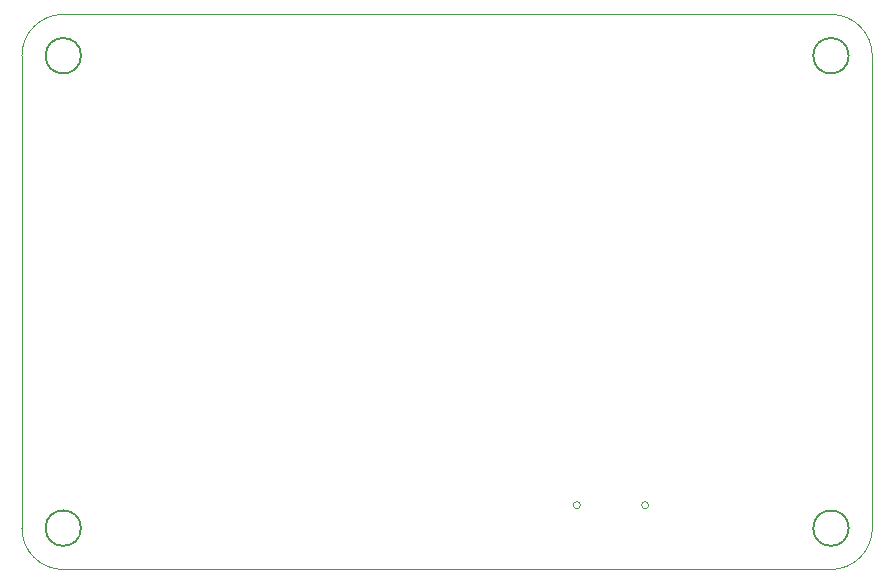
<source format=gbr>
%TF.GenerationSoftware,KiCad,Pcbnew,7.0.2*%
%TF.CreationDate,2023-10-03T18:08:59-04:00*%
%TF.ProjectId,mini_motor_go_V1_rev2,6d696e69-5f6d-46f7-946f-725f676f5f56,rev?*%
%TF.SameCoordinates,Original*%
%TF.FileFunction,Profile,NP*%
%FSLAX46Y46*%
G04 Gerber Fmt 4.6, Leading zero omitted, Abs format (unit mm)*
G04 Created by KiCad (PCBNEW 7.0.2) date 2023-10-03 18:08:59*
%MOMM*%
%LPD*%
G01*
G04 APERTURE LIST*
%TA.AperFunction,Profile*%
%ADD10C,0.100000*%
%TD*%
%TA.AperFunction,Profile*%
%ADD11C,0.200000*%
%TD*%
%TA.AperFunction,Profile*%
%ADD12C,0.010000*%
%TD*%
G04 APERTURE END LIST*
D10*
X118000000Y-96500000D02*
X170540000Y-96500000D01*
X114500000Y-93000000D02*
G75*
G03*
X118000000Y-96500000I3500000J0D01*
G01*
X114500000Y-53000000D02*
X114500000Y-93000000D01*
X118000000Y-49500000D02*
G75*
G03*
X114500000Y-53000000I0J-3500000D01*
G01*
X186500000Y-53000000D02*
G75*
G03*
X183000000Y-49500000I-3500000J0D01*
G01*
X182990000Y-96500000D02*
G75*
G03*
X186510000Y-92980000I0J3520000D01*
G01*
X186500000Y-53000000D02*
X186510000Y-92980000D01*
X118000000Y-49500000D02*
X183000000Y-49500000D01*
D11*
X119500000Y-93000000D02*
G75*
G03*
X119500000Y-93000000I-1500000J0D01*
G01*
X184500000Y-93000000D02*
G75*
G03*
X184500000Y-93000000I-1500000J0D01*
G01*
X184500000Y-53000000D02*
G75*
G03*
X184500000Y-53000000I-1500000J0D01*
G01*
D10*
X182981600Y-96500000D02*
X170540000Y-96500000D01*
D11*
X119500000Y-53000000D02*
G75*
G03*
X119500000Y-53000000I-1500000J0D01*
G01*
D12*
%TO.C,J11*%
X167560000Y-91050000D02*
G75*
G03*
X167560000Y-91050000I-300000J0D01*
G01*
X161783383Y-91048935D02*
G75*
G03*
X161783383Y-91048935I-300000J0D01*
G01*
%TD*%
M02*

</source>
